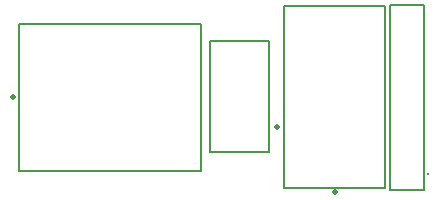
<source format=gto>
%FSLAX33Y33*%
%MOMM*%
%ADD10C,0.15*%
%ADD11C,0.5*%
%ADD12C,0.5*%
%ADD13C,0.25*%
D10*
%LNtop silkscreen_traces*%
%LNtop silkscreen component 371277481632569b*%
G01*
X17825Y3625D02*
X12775Y3625D01*
X12775Y13025*
X17825Y13025*
X17825Y3625*
D11*
X18500Y5775D03*
%LNtop silkscreen component b0d286859ff6c8ae*%
D10*
X-3351Y2049D02*
X-3351Y14451D01*
X12051Y14451*
X12051Y2049*
X-3351Y2049*
D12*
X-3851Y8250D03*
%LNtop silkscreen component 88a1b529ef9425af*%
D10*
X30926Y16071D02*
X30926Y0429D01*
X28024Y0429*
X28024Y16071*
X30926Y16071*
D13*
X31275Y1750D03*
%LNtop silkscreen component 7681f6a6543890c3*%
D10*
X27625Y0575D02*
X19025Y0575D01*
X19025Y15975*
X27625Y15975*
X27625Y0575*
D11*
X23375Y0225D03*
M02*
</source>
